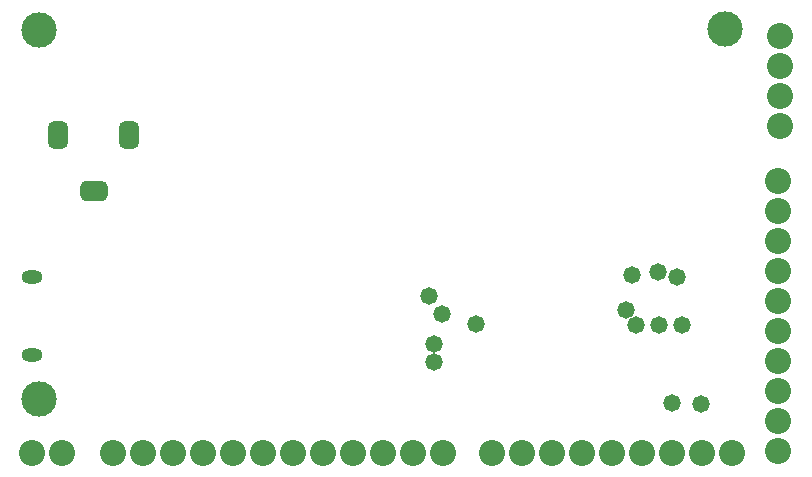
<source format=gbs>
G04*
G04 #@! TF.GenerationSoftware,Altium Limited,Altium Designer,22.8.2 (66)*
G04*
G04 Layer_Color=16711935*
%FSLAX44Y44*%
%MOMM*%
G71*
G04*
G04 #@! TF.SameCoordinates,AFBA7131-1AEE-443E-AB60-5C51F5C0F5D9*
G04*
G04*
G04 #@! TF.FilePolarity,Negative*
G04*
G01*
G75*
%ADD62C,2.2032*%
G04:AMPARAMS|DCode=63|XSize=2.3032mm|YSize=1.7032mm|CornerRadius=0.4766mm|HoleSize=0mm|Usage=FLASHONLY|Rotation=90.000|XOffset=0mm|YOffset=0mm|HoleType=Round|Shape=RoundedRectangle|*
%AMROUNDEDRECTD63*
21,1,2.3032,0.7500,0,0,90.0*
21,1,1.3500,1.7032,0,0,90.0*
1,1,0.9532,0.3750,0.6750*
1,1,0.9532,0.3750,-0.6750*
1,1,0.9532,-0.3750,-0.6750*
1,1,0.9532,-0.3750,0.6750*
%
%ADD63ROUNDEDRECTD63*%
G04:AMPARAMS|DCode=64|XSize=2.3032mm|YSize=1.7032mm|CornerRadius=0.4766mm|HoleSize=0mm|Usage=FLASHONLY|Rotation=180.000|XOffset=0mm|YOffset=0mm|HoleType=Round|Shape=RoundedRectangle|*
%AMROUNDEDRECTD64*
21,1,2.3032,0.7500,0,0,180.0*
21,1,1.3500,1.7032,0,0,180.0*
1,1,0.9532,-0.6750,0.3750*
1,1,0.9532,0.6750,0.3750*
1,1,0.9532,0.6750,-0.3750*
1,1,0.9532,-0.6750,-0.3750*
%
%ADD64ROUNDEDRECTD64*%
%ADD65O,1.8032X1.1032*%
%ADD66C,3.0000*%
%ADD67C,1.4732*%
D62*
X908000Y1240100D02*
D03*
Y1214700D02*
D03*
Y1163900D02*
D03*
Y1189300D02*
D03*
X690000Y887000D02*
D03*
X664600D02*
D03*
X715400D02*
D03*
X740800D02*
D03*
X766200D02*
D03*
X791600D02*
D03*
X817000D02*
D03*
X842400D02*
D03*
X867800D02*
D03*
X344000Y887000D02*
D03*
X369400D02*
D03*
X394800D02*
D03*
X420200D02*
D03*
X445600D02*
D03*
X471000D02*
D03*
X496400D02*
D03*
X521800D02*
D03*
X547200D02*
D03*
X572600D02*
D03*
X623400D02*
D03*
X598000D02*
D03*
X275300D02*
D03*
X300700D02*
D03*
X907000Y914100D02*
D03*
Y888700D02*
D03*
Y939500D02*
D03*
Y964900D02*
D03*
Y990300D02*
D03*
Y1015700D02*
D03*
Y1041100D02*
D03*
Y1066500D02*
D03*
Y1091900D02*
D03*
Y1117300D02*
D03*
D63*
X357100Y1155700D02*
D03*
X297100D02*
D03*
D64*
X327100Y1108700D02*
D03*
D65*
X275250Y1036000D02*
D03*
Y970000D02*
D03*
D66*
X862000Y1246000D02*
D03*
X281000Y932000D02*
D03*
Y1245000D02*
D03*
D67*
X841000Y928000D02*
D03*
X817000Y929000D02*
D03*
X825000Y995000D02*
D03*
X806000D02*
D03*
X786000D02*
D03*
X821000Y1035320D02*
D03*
X651000Y996000D02*
D03*
X783000Y1037000D02*
D03*
X778000Y1008000D02*
D03*
X805000Y1040000D02*
D03*
X614999Y963344D02*
D03*
X615009Y978584D02*
D03*
X621971Y1004778D02*
D03*
X611000Y1020000D02*
D03*
M02*

</source>
